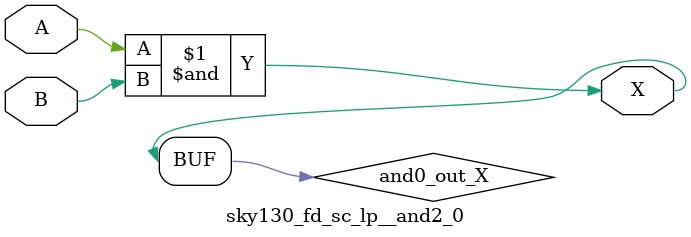
<source format=v>
/*
 * Copyright 2020 The SkyWater PDK Authors
 *
 * Licensed under the Apache License, Version 2.0 (the "License");
 * you may not use this file except in compliance with the License.
 * You may obtain a copy of the License at
 *
 *     https://www.apache.org/licenses/LICENSE-2.0
 *
 * Unless required by applicable law or agreed to in writing, software
 * distributed under the License is distributed on an "AS IS" BASIS,
 * WITHOUT WARRANTIES OR CONDITIONS OF ANY KIND, either express or implied.
 * See the License for the specific language governing permissions and
 * limitations under the License.
 *
 * SPDX-License-Identifier: Apache-2.0
*/


`ifndef SKY130_FD_SC_LP__AND2_0_FUNCTIONAL_V
`define SKY130_FD_SC_LP__AND2_0_FUNCTIONAL_V

/**
 * and2: 2-input AND.
 *
 * Verilog simulation functional model.
 */

`timescale 1ns / 1ps
`default_nettype none

`celldefine
module sky130_fd_sc_lp__and2_0 (
    X,
    A,
    B
);

    // Module ports
    output X;
    input  A;
    input  B;

    // Local signals
    wire and0_out_X;

    //  Name  Output      Other arguments
    and and0 (and0_out_X, A, B           );
    buf buf0 (X         , and0_out_X     );

endmodule
`endcelldefine

`default_nettype wire
`endif  // SKY130_FD_SC_LP__AND2_0_FUNCTIONAL_V

</source>
